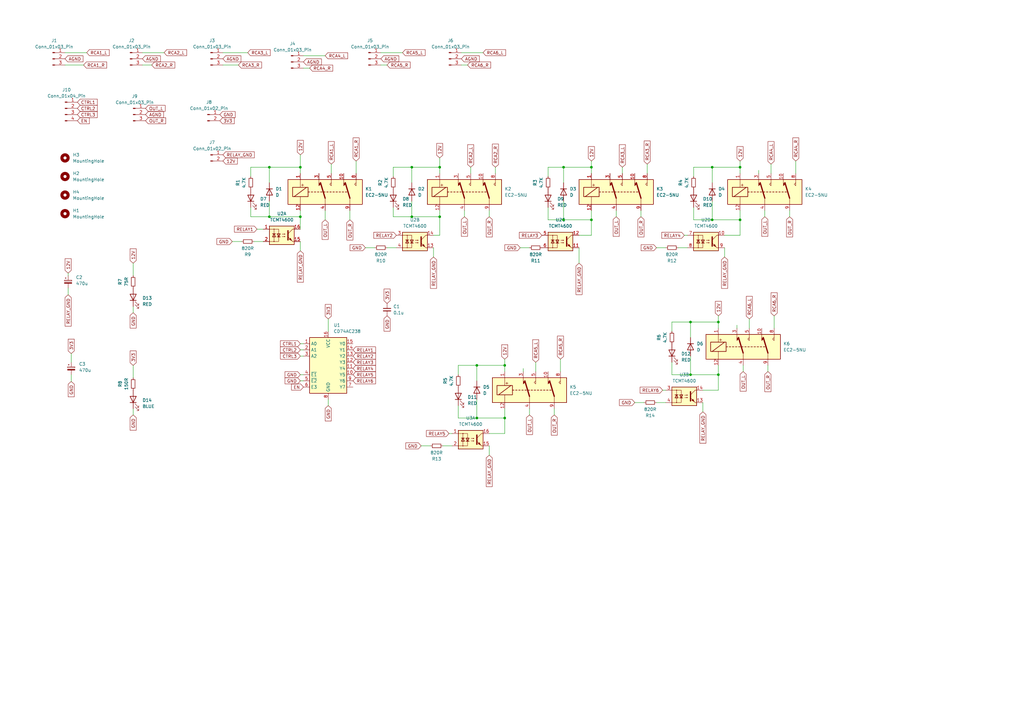
<source format=kicad_sch>
(kicad_sch (version 20231120) (generator "eeschema") (generator_version "8.0")
  (paper "A3")
  (lib_symbols
    (symbol "74xx:CD74AC238"
      (property "Reference" "U" (at -7.62 13.97 0))
      (property "Value" "CD74AC238" (at 2.54 -11.43 0))
      (symbol "CD74AC238_1_1"
        (pin input line (at -10.16 10.16 0) (length 2.54) (name "A0") (number "1"))
        (pin output line (at 10.16 -2.54 180) (length 2.54) (name "Y5") (number "10"))
        (pin output line (at 10.16 0 180) (length 2.54) (name "Y4") (number "11"))
        (pin output line (at 10.16 2.54 180) (length 2.54) (name "Y3") (number "12"))
        (pin output line (at 10.16 5.08 180) (length 2.54) (name "Y2") (number "13"))
        (pin output line (at 10.16 7.62 180) (length 2.54) (name "Y1") (number "14"))
        (pin output line (at 10.16 10.16 180) (length 2.54) (name "Y0") (number "15"))
        (pin power_in line (at 0 15.24 270) (length 2.54) (name "VCC") (number "16"))
        (pin input line (at -10.16 7.62 0) (length 2.54) (name "A1") (number "2"))
        (pin input line (at -10.16 5.08 0) (length 2.54) (name "A2") (number "3"))
        (pin input line (at -10.16 -2.54 0) (length 2.54) (name "~{E1}") (number "4"))
        (pin input line (at -10.16 -5.08 0) (length 2.54) (name "~{E2}") (number "5"))
        (pin input line (at -10.16 -7.62 0) (length 2.54) (name "E3") (number "6"))
        (pin output line (at 10.16 -7.62 180) (length 2.54) (name "Y7") (number "7"))
        (pin power_in line (at 0 -12.7 90) (length 2.54) (name "GND") (number "8"))
        (pin output line (at 10.16 -5.08 180) (length 2.54) (name "Y6") (number "9"))
      )
    )
    (symbol "Connector:Conn_01x02_Pin" (pin_names (offset 1.016) hide)
      (property "Reference" "J" (at 0 2.54 0))
      (property "Value" "Conn_01x02_Pin" (at 0 -5.08 0))
      (symbol "Conn_01x02_Pin_1_1"
        (pin passive line (at 5.08 0 180) (length 3.81) (name "Pin_1") (number "1"))
        (pin passive line (at 5.08 -2.54 180) (length 3.81) (name "Pin_2") (number "2"))
      )
    )
    (symbol "Connector:Conn_01x03_Pin" (pin_names (offset 1.016) hide)
      (property "Reference" "J" (at 0 5.08 0))
      (property "Value" "Conn_01x03_Pin" (at 0 -5.08 0))
      (symbol "Conn_01x03_Pin_1_1"
        (pin passive line (at 5.08 2.54 180) (length 3.81) (name "Pin_1") (number "1"))
        (pin passive line (at 5.08 0 180) (length 3.81) (name "Pin_2") (number "2"))
        (pin passive line (at 5.08 -2.54 180) (length 3.81) (name "Pin_3") (number "3"))
      )
    )
    (symbol "Connector:Conn_01x04_Pin" (pin_names (offset 1.016) hide)
      (property "Reference" "J" (at 0 5.08 0))
      (property "Value" "Conn_01x04_Pin" (at 0 -7.62 0))
      (symbol "Conn_01x04_Pin_1_1"
        (pin passive line (at 5.08 2.54 180) (length 3.81) (name "Pin_1") (number "1"))
        (pin passive line (at 5.08 0 180) (length 3.81) (name "Pin_2") (number "2"))
        (pin passive line (at 5.08 -2.54 180) (length 3.81) (name "Pin_3") (number "3"))
        (pin passive line (at 5.08 -5.08 180) (length 3.81) (name "Pin_4") (number "4"))
      )
    )
    (symbol "Device:C_Polarized_Small" (pin_numbers hide) (pin_names (offset 0.254) hide)
      (property "Reference" "C" (at 0.254 1.778 0))
      (property "Value" "C_Polarized_Small" (at 0.254 -2.032 0))
      (symbol "C_Polarized_Small_1_1"
        (pin passive line (at 0 2.54 270) (length 1.8542) (name "~") (number "1"))
        (pin passive line (at 0 -2.54 90) (length 1.8542) (name "~") (number "2"))
      )
    )
    (symbol "Device:C_Small" (pin_numbers hide) (pin_names (offset 0.254) hide)
      (property "Reference" "C" (at 0.254 1.778 0))
      (property "Value" "C_Small" (at 0.254 -2.032 0))
      (symbol "C_Small_1_1"
        (pin passive line (at 0 2.54 270) (length 2.032) (name "~") (number "1"))
        (pin passive line (at 0 -2.54 90) (length 2.032) (name "~") (number "2"))
      )
    )
    (symbol "Device:D" (pin_numbers hide) (pin_names (offset 1.016) hide)
      (property "Reference" "D" (at 0 2.54 0))
      (property "Value" "D" (at 0 -2.54 0))
      (symbol "D_1_1"
        (pin passive line (at -3.81 0 0) (length 2.54) (name "K") (number "1"))
        (pin passive line (at 3.81 0 180) (length 2.54) (name "A") (number "2"))
      )
    )
    (symbol "Device:LED" (pin_numbers hide) (pin_names (offset 1.016) hide)
      (property "Reference" "D" (at 0 2.54 0))
      (property "Value" "LED" (at 0 -2.54 0))
      (symbol "LED_1_1"
        (pin passive line (at -3.81 0 0) (length 2.54) (name "K") (number "1"))
        (pin passive line (at 3.81 0 180) (length 2.54) (name "A") (number "2"))
      )
    )
    (symbol "Device:R_Small" (pin_numbers hide) (pin_names (offset 0.254) hide)
      (property "Reference" "R" (at 0.762 0.508 0))
      (property "Value" "R_Small" (at 0.762 -1.016 0))
      (symbol "R_Small_1_1"
        (pin passive line (at 0 2.54 270) (length 0.762) (name "~") (number "1"))
        (pin passive line (at 0 -2.54 90) (length 0.762) (name "~") (number "2"))
      )
    )
    (symbol "Isolator:TCMT4600" (pin_names (offset 1.016))
      (property "Reference" "U" (at -5.08 5.08 0))
      (property "Value" "TCMT4600" (at 0 5.08 0))
      (symbol "TCMT4600_1_1"
        (pin passive line (at -7.62 2.54 0) (length 2.54) (name "~") (number "1"))
        (pin passive line (at 7.62 -2.54 180) (length 2.54) (name "~") (number "15"))
        (pin passive line (at 7.62 2.54 180) (length 2.54) (name "~") (number "16"))
        (pin passive line (at -7.62 -2.54 0) (length 2.54) (name "~") (number "2"))
      )
      (symbol "TCMT4600_2_1"
        (pin passive line (at 7.62 -2.54 180) (length 2.54) (name "~") (number "13"))
        (pin passive line (at 7.62 2.54 180) (length 2.54) (name "~") (number "14"))
        (pin passive line (at -7.62 2.54 0) (length 2.54) (name "~") (number "3"))
        (pin passive line (at -7.62 -2.54 0) (length 2.54) (name "~") (number "4"))
      )
      (symbol "TCMT4600_3_1"
        (pin passive line (at 7.62 -2.54 180) (length 2.54) (name "~") (number "11"))
        (pin passive line (at 7.62 2.54 180) (length 2.54) (name "~") (number "12"))
        (pin passive line (at -7.62 2.54 0) (length 2.54) (name "~") (number "5"))
        (pin passive line (at -7.62 -2.54 0) (length 2.54) (name "~") (number "6"))
      )
      (symbol "TCMT4600_4_1"
        (pin passive line (at 7.62 2.54 180) (length 2.54) (name "~") (number "10"))
        (pin passive line (at -7.62 2.54 0) (length 2.54) (name "~") (number "7"))
        (pin passive line (at -7.62 -2.54 0) (length 2.54) (name "~") (number "8"))
        (pin passive line (at 7.62 -2.54 180) (length 2.54) (name "~") (number "9"))
      )
    )
    (symbol "Mechanical:MountingHole" (pin_names (offset 1.016))
      (property "Reference" "H" (at 0 5.08 0))
      (property "Value" "MountingHole" (at 0 3.175 0))
    )
    (symbol "Relay:EC2-5NU"
      (property "Reference" "K" (at 15.24 8.89 0))
      (property "Value" "EC2-5NU" (at 19.05 6.35 0))
      (symbol "EC2-5NU_1_1"
        (text "+" (at -9.271 2.921 0) (effects (font (size 1.27 1.27))))
        (pin passive line (at -10.16 7.62 270) (length 2.54) (name "~") (number "1"))
        (pin passive line (at 7.62 7.62 270) (length 2.54) (name "~") (number "10"))
        (pin passive line (at -10.16 -7.62 90) (length 2.54) (name "~") (number "12"))
        (pin passive line (at -2.54 7.62 270) (length 2.54) (name "~") (number "3"))
        (pin passive line (at 0 -7.62 90) (length 2.54) (name "~") (number "4"))
        (pin passive line (at 2.54 7.62 270) (length 2.54) (name "~") (number "5"))
        (pin passive line (at 12.7 7.62 270) (length 2.54) (name "~") (number "8"))
        (pin passive line (at 10.16 -7.62 90) (length 2.54) (name "~") (number "9"))
      )
    )
  )
  (junction (at 123.19 68.58))
  (junction (at 195.58 171.45))
  (junction (at 283.21 132.08))
  (junction (at 180.34 68.58))
  (junction (at 303.53 90.17))
  (junction (at 168.91 88.9))
  (junction (at 231.14 68.58))
  (junction (at 168.91 68.58))
  (junction (at 242.57 90.17))
  (junction (at 303.53 68.58))
  (junction (at 292.1 90.17))
  (junction (at 292.1 68.58))
  (junction (at 180.34 88.9))
  (junction (at 294.64 153.67))
  (junction (at 283.21 153.67))
  (junction (at 242.57 68.58))
  (junction (at 195.58 149.86))
  (junction (at 123.19 88.9))
  (junction (at 294.64 132.08))
  (junction (at 207.01 171.45))
  (junction (at 110.49 88.9))
  (junction (at 231.14 90.17))
  (junction (at 207.01 149.86))
  (junction (at 110.49 68.58))
  (wire (pts (xy 124.46 27.94) (xy 127 27.94)))
  (wire (pts (xy 207.01 167.64) (xy 207.01 171.45)))
  (wire (pts (xy 102.87 85.09) (xy 102.87 88.9)))
  (wire (pts (xy 168.91 82.55) (xy 168.91 88.9)))
  (wire (pts (xy 123.19 146.05) (xy 124.46 146.05)))
  (wire (pts (xy 237.49 107.95) (xy 237.49 101.6)))
  (wire (pts (xy 314.96 152.4) (xy 314.96 149.86)))
  (wire (pts (xy 200.66 186.69) (xy 200.66 182.88)))
  (wire (pts (xy 217.17 170.18) (xy 217.17 167.64)))
  (wire (pts (xy 180.34 88.9) (xy 180.34 96.52)))
  (wire (pts (xy 156.21 26.67) (xy 158.75 26.67)))
  (wire (pts (xy 123.19 86.36) (xy 123.19 88.9)))
  (wire (pts (xy 110.49 82.55) (xy 110.49 88.9)))
  (wire (pts (xy 311.15 69.85) (xy 311.15 71.12)))
  (wire (pts (xy 294.64 129.54) (xy 294.64 132.08)))
  (wire (pts (xy 316.23 67.31) (xy 316.23 71.12)))
  (wire (pts (xy 195.58 171.45) (xy 207.01 171.45)))
  (wire (pts (xy 207.01 147.32) (xy 207.01 149.86)))
  (wire (pts (xy 195.58 171.45) (xy 187.96 171.45)))
  (wire (pts (xy 278.13 101.6) (xy 281.94 101.6)))
  (wire (pts (xy 303.53 68.58) (xy 303.53 71.12)))
  (wire (pts (xy 172.72 182.88) (xy 176.53 182.88)))
  (wire (pts (xy 269.24 165.1) (xy 273.05 165.1)))
  (wire (pts (xy 294.64 153.67) (xy 294.64 160.02)))
  (wire (pts (xy 229.87 147.32) (xy 229.87 152.4)))
  (wire (pts (xy 27.94 112.014) (xy 27.94 113.03)))
  (wire (pts (xy 181.61 182.88) (xy 185.42 182.88)))
  (wire (pts (xy 292.1 90.17) (xy 284.48 90.17)))
  (wire (pts (xy 214.63 151.13) (xy 214.63 152.4)))
  (wire (pts (xy 227.33 170.18) (xy 227.33 167.64)))
  (wire (pts (xy 161.29 85.09) (xy 161.29 88.9)))
  (wire (pts (xy 283.21 132.08) (xy 283.21 138.43)))
  (wire (pts (xy 149.86 101.6) (xy 153.67 101.6)))
  (wire (pts (xy 271.78 160.02) (xy 273.05 160.02)))
  (wire (pts (xy 224.79 90.17) (xy 231.14 90.17)))
  (wire (pts (xy 29.21 156.464) (xy 29.21 153.67)))
  (wire (pts (xy 54.61 170.18) (xy 54.61 167.64)))
  (wire (pts (xy 260.35 165.1) (xy 264.16 165.1)))
  (wire (pts (xy 91.44 26.67) (xy 97.79 26.67)))
  (wire (pts (xy 143.51 90.17) (xy 143.51 86.36)))
  (wire (pts (xy 195.58 149.86) (xy 187.96 149.86)))
  (wire (pts (xy 224.79 68.58) (xy 224.79 72.39)))
  (wire (pts (xy 110.49 88.9) (xy 123.19 88.9)))
  (wire (pts (xy 134.62 130.81) (xy 134.62 135.89)))
  (wire (pts (xy 123.19 102.87) (xy 123.19 99.06)))
  (wire (pts (xy 180.34 96.52) (xy 177.8 96.52)))
  (wire (pts (xy 146.05 66.04) (xy 146.05 71.12)))
  (wire (pts (xy 189.23 26.67) (xy 191.77 26.67)))
  (wire (pts (xy 58.42 21.59) (xy 67.31 21.59)))
  (wire (pts (xy 95.25 99.06) (xy 99.06 99.06)))
  (wire (pts (xy 292.1 68.58) (xy 284.48 68.58)))
  (wire (pts (xy 102.87 68.58) (xy 102.87 72.39)))
  (wire (pts (xy 123.19 63.5) (xy 123.19 68.58)))
  (wire (pts (xy 207.01 149.86) (xy 195.58 149.86)))
  (wire (pts (xy 242.57 68.58) (xy 231.14 68.58)))
  (wire (pts (xy 304.8 152.4) (xy 304.8 149.86)))
  (wire (pts (xy 303.53 96.52) (xy 297.18 96.52)))
  (wire (pts (xy 91.44 21.59) (xy 101.6 21.59)))
  (wire (pts (xy 193.04 68.58) (xy 193.04 71.12)))
  (wire (pts (xy 242.57 68.58) (xy 242.57 71.12)))
  (wire (pts (xy 123.19 88.9) (xy 123.19 93.98)))
  (wire (pts (xy 29.21 145.034) (xy 29.21 148.59)))
  (wire (pts (xy 123.19 153.67) (xy 124.46 153.67)))
  (wire (pts (xy 168.91 68.58) (xy 168.91 74.93)))
  (wire (pts (xy 135.89 67.31) (xy 135.89 71.12)))
  (wire (pts (xy 180.34 64.77) (xy 180.34 68.58)))
  (wire (pts (xy 161.29 68.58) (xy 161.29 72.39)))
  (wire (pts (xy 269.24 101.6) (xy 273.05 101.6)))
  (wire (pts (xy 283.21 153.67) (xy 294.64 153.67)))
  (wire (pts (xy 262.89 88.9) (xy 262.89 86.36)))
  (wire (pts (xy 242.57 96.52) (xy 237.49 96.52)))
  (wire (pts (xy 54.61 149.86) (xy 54.61 154.94)))
  (wire (pts (xy 292.1 82.55) (xy 292.1 90.17)))
  (wire (pts (xy 313.69 88.9) (xy 313.69 86.36)))
  (wire (pts (xy 323.85 88.9) (xy 323.85 86.36)))
  (wire (pts (xy 231.14 82.55) (xy 231.14 90.17)))
  (wire (pts (xy 200.66 88.9) (xy 200.66 86.36)))
  (wire (pts (xy 180.34 68.58) (xy 168.91 68.58)))
  (wire (pts (xy 303.53 68.58) (xy 292.1 68.58)))
  (wire (pts (xy 224.79 85.09) (xy 224.79 90.17)))
  (wire (pts (xy 110.49 68.58) (xy 123.19 68.58)))
  (wire (pts (xy 292.1 68.58) (xy 292.1 74.93)))
  (wire (pts (xy 195.58 149.86) (xy 195.58 156.21)))
  (wire (pts (xy 26.67 21.59) (xy 35.56 21.59)))
  (wire (pts (xy 207.01 171.45) (xy 207.01 177.8)))
  (wire (pts (xy 294.64 132.08) (xy 283.21 132.08)))
  (wire (pts (xy 283.21 146.05) (xy 283.21 153.67)))
  (wire (pts (xy 184.15 177.8) (xy 185.42 177.8)))
  (wire (pts (xy 326.39 66.04) (xy 326.39 71.12)))
  (wire (pts (xy 231.14 68.58) (xy 231.14 74.93)))
  (wire (pts (xy 168.91 88.9) (xy 180.34 88.9)))
  (wire (pts (xy 203.2 68.58) (xy 203.2 71.12)))
  (wire (pts (xy 158.75 101.6) (xy 162.56 101.6)))
  (wire (pts (xy 207.01 149.86) (xy 207.01 152.4)))
  (wire (pts (xy 124.46 22.86) (xy 133.35 22.86)))
  (wire (pts (xy 284.48 85.09) (xy 284.48 90.17)))
  (wire (pts (xy 307.34 130.81) (xy 307.34 134.62)))
  (wire (pts (xy 213.36 101.6) (xy 217.17 101.6)))
  (wire (pts (xy 189.23 21.59) (xy 198.12 21.59)))
  (wire (pts (xy 123.19 140.97) (xy 124.46 140.97)))
  (wire (pts (xy 110.49 68.58) (xy 102.87 68.58)))
  (wire (pts (xy 242.57 90.17) (xy 242.57 96.52)))
  (wire (pts (xy 180.34 86.36) (xy 180.34 88.9)))
  (wire (pts (xy 207.01 177.8) (xy 200.66 177.8)))
  (wire (pts (xy 123.19 143.51) (xy 124.46 143.51)))
  (wire (pts (xy 297.18 105.41) (xy 297.18 101.6)))
  (wire (pts (xy 177.8 105.41) (xy 177.8 101.6)))
  (wire (pts (xy 156.21 21.59) (xy 165.1 21.59)))
  (wire (pts (xy 255.27 68.58) (xy 255.27 71.12)))
  (wire (pts (xy 252.73 88.9) (xy 252.73 86.36)))
  (wire (pts (xy 187.96 166.37) (xy 187.96 171.45)))
  (wire (pts (xy 133.35 90.17) (xy 133.35 86.36)))
  (wire (pts (xy 275.59 148.59) (xy 275.59 153.67)))
  (wire (pts (xy 288.29 168.91) (xy 288.29 165.1)))
  (wire (pts (xy 54.61 128.27) (xy 54.61 125.73)))
  (wire (pts (xy 102.87 88.9) (xy 110.49 88.9)))
  (wire (pts (xy 231.14 68.58) (xy 224.79 68.58)))
  (wire (pts (xy 242.57 86.36) (xy 242.57 90.17)))
  (wire (pts (xy 292.1 90.17) (xy 303.53 90.17)))
  (wire (pts (xy 219.71 148.59) (xy 219.71 152.4)))
  (wire (pts (xy 302.26 133.35) (xy 302.26 134.62)))
  (wire (pts (xy 26.67 26.67) (xy 34.29 26.67)))
  (wire (pts (xy 190.5 88.9) (xy 190.5 86.36)))
  (wire (pts (xy 283.21 132.08) (xy 275.59 132.08)))
  (wire (pts (xy 58.42 26.67) (xy 62.23 26.67)))
  (wire (pts (xy 265.43 67.31) (xy 265.43 71.12)))
  (wire (pts (xy 195.58 163.83) (xy 195.58 171.45)))
  (wire (pts (xy 317.5 129.54) (xy 317.5 134.62)))
  (wire (pts (xy 280.67 96.52) (xy 281.94 96.52)))
  (wire (pts (xy 54.61 107.95) (xy 54.61 113.03)))
  (wire (pts (xy 27.94 120.904) (xy 27.94 118.11)))
  (wire (pts (xy 294.64 132.08) (xy 294.64 134.62)))
  (wire (pts (xy 168.91 68.58) (xy 161.29 68.58)))
  (wire (pts (xy 242.57 66.04) (xy 242.57 68.58)))
  (wire (pts (xy 180.34 68.58) (xy 180.34 71.12)))
  (wire (pts (xy 187.96 149.86) (xy 187.96 153.67)))
  (wire (pts (xy 104.14 99.06) (xy 107.95 99.06)))
  (wire (pts (xy 105.41 93.98) (xy 107.95 93.98)))
  (wire (pts (xy 123.19 156.21) (xy 124.46 156.21)))
  (wire (pts (xy 284.48 68.58) (xy 284.48 72.39)))
  (wire (pts (xy 303.53 66.04) (xy 303.53 68.58)))
  (wire (pts (xy 303.53 90.17) (xy 303.53 96.52)))
  (wire (pts (xy 303.53 86.36) (xy 303.53 90.17)))
  (wire (pts (xy 275.59 132.08) (xy 275.59 135.89)))
  (wire (pts (xy 123.19 68.58) (xy 123.19 71.12)))
  (wire (pts (xy 134.62 166.37) (xy 134.62 163.83)))
  (wire (pts (xy 294.64 149.86) (xy 294.64 153.67)))
  (wire (pts (xy 110.49 74.93) (xy 110.49 68.58)))
  (wire (pts (xy 283.21 153.67) (xy 275.59 153.67)))
  (wire (pts (xy 294.64 160.02) (xy 288.29 160.02)))
  (wire (pts (xy 231.14 90.17) (xy 242.57 90.17)))
  (wire (pts (xy 161.29 88.9) (xy 168.91 88.9)))
  (global_label "RELAY1" (shape input) (at 144.78 143.51 0) (property "Intersheetrefs" "${INTERSHEET_REFS}" (effects (hide yes))))
  (global_label "OUT_R" (shape input) (at 262.89 88.9 270) (property "Intersheetrefs" "${INTERSHEET_REFS}" (effects (hide yes))))
  (global_label "RELAY5" (shape input) (at 184.15 177.8 180) (property "Intersheetrefs" "${INTERSHEET_REFS}" (effects (hide yes))))
  (global_label "RCA1_L" (shape input) (at 135.89 67.31 90) (property "Intersheetrefs" "${INTERSHEET_REFS}" (effects (hide yes))))
  (global_label "GND" (shape input) (at 149.86 101.6 180) (property "Intersheetrefs" "${INTERSHEET_REFS}" (effects (hide yes))))
  (global_label "RELAY_GND" (shape input) (at 200.66 186.69 270) (property "Intersheetrefs" "${INTERSHEET_REFS}" (effects (hide yes))))
  (global_label "GND" (shape input) (at 54.61 128.27 270) (property "Intersheetrefs" "${INTERSHEET_REFS}" (effects (hide yes))))
  (global_label "3V3" (shape input) (at 134.62 130.81 90) (property "Intersheetrefs" "${INTERSHEET_REFS}" (effects (hide yes))))
  (global_label "CTRL2" (shape input) (at 123.19 143.51 180) (property "Intersheetrefs" "${INTERSHEET_REFS}" (effects (hide yes))))
  (global_label "GND" (shape input) (at 123.19 153.67 180) (property "Intersheetrefs" "${INTERSHEET_REFS}" (effects (hide yes))))
  (global_label "RCA2_L" (shape input) (at 67.31 21.59 0) (property "Intersheetrefs" "${INTERSHEET_REFS}" (effects (hide yes))))
  (global_label "RELAY2" (shape input) (at 144.78 146.05 0) (property "Intersheetrefs" "${INTERSHEET_REFS}" (effects (hide yes))))
  (global_label "GND" (shape input) (at 269.24 101.6 180) (property "Intersheetrefs" "${INTERSHEET_REFS}" (effects (hide yes))))
  (global_label "12V" (shape input) (at 303.53 66.04 90) (property "Intersheetrefs" "${INTERSHEET_REFS}" (effects (hide yes))))
  (global_label "RELAY3" (shape input) (at 144.78 148.59 0) (property "Intersheetrefs" "${INTERSHEET_REFS}" (effects (hide yes))))
  (global_label "12V" (shape input) (at 91.44 66.04 0) (property "Intersheetrefs" "${INTERSHEET_REFS}" (effects (hide yes))))
  (global_label "GND" (shape input) (at 213.36 101.6 180) (property "Intersheetrefs" "${INTERSHEET_REFS}" (effects (hide yes))))
  (global_label "CTRL3" (shape input) (at 31.75 46.99 0) (property "Intersheetrefs" "${INTERSHEET_REFS}" (effects (hide yes))))
  (global_label "RCA3_R" (shape input) (at 97.79 26.67 0) (property "Intersheetrefs" "${INTERSHEET_REFS}" (effects (hide yes))))
  (global_label "RELAY4" (shape input) (at 144.78 151.13 0) (property "Intersheetrefs" "${INTERSHEET_REFS}" (effects (hide yes))))
  (global_label "RCA3_L" (shape input) (at 101.6 21.59 0) (property "Intersheetrefs" "${INTERSHEET_REFS}" (effects (hide yes))))
  (global_label "OUT_R" (shape input) (at 59.69 49.53 0) (property "Intersheetrefs" "${INTERSHEET_REFS}" (effects (hide yes))))
  (global_label "RELAY6" (shape input) (at 271.78 160.02 180) (property "Intersheetrefs" "${INTERSHEET_REFS}" (effects (hide yes))))
  (global_label "12V" (shape input) (at 27.94 112.014 90) (property "Intersheetrefs" "${INTERSHEET_REFS}" (effects (hide yes))))
  (global_label "GND" (shape input) (at 29.21 156.464 270) (property "Intersheetrefs" "${INTERSHEET_REFS}" (effects (hide yes))))
  (global_label "RELAY_GND" (shape input) (at 91.44 63.5 0) (property "Intersheetrefs" "${INTERSHEET_REFS}" (effects (hide yes))))
  (global_label "RELAY1" (shape input) (at 105.41 93.98 180) (property "Intersheetrefs" "${INTERSHEET_REFS}" (effects (hide yes))))
  (global_label "12V" (shape input) (at 180.34 64.77 90) (property "Intersheetrefs" "${INTERSHEET_REFS}" (effects (hide yes))))
  (global_label "GND" (shape input) (at 134.62 166.37 270) (property "Intersheetrefs" "${INTERSHEET_REFS}" (effects (hide yes))))
  (global_label "OUT_R" (shape input) (at 323.85 88.9 270) (property "Intersheetrefs" "${INTERSHEET_REFS}" (effects (hide yes))))
  (global_label "RELAY_GND" (shape input) (at 27.94 120.904 270) (property "Intersheetrefs" "${INTERSHEET_REFS}" (effects (hide yes))))
  (global_label "12V" (shape input) (at 123.19 63.5 90) (property "Intersheetrefs" "${INTERSHEET_REFS}" (effects (hide yes))))
  (global_label "EN" (shape input) (at 124.46 158.75 180) (property "Intersheetrefs" "${INTERSHEET_REFS}" (effects (hide yes))))
  (global_label "GND" (shape input) (at 95.25 99.06 180) (property "Intersheetrefs" "${INTERSHEET_REFS}" (effects (hide yes))))
  (global_label "12V" (shape input) (at 207.01 147.32 90) (property "Intersheetrefs" "${INTERSHEET_REFS}" (effects (hide yes))))
  (global_label "OUT_R" (shape input) (at 200.66 88.9 270) (property "Intersheetrefs" "${INTERSHEET_REFS}" (effects (hide yes))))
  (global_label "RELAY2" (shape input) (at 162.56 96.52 180) (property "Intersheetrefs" "${INTERSHEET_REFS}" (effects (hide yes))))
  (global_label "RCA2_R" (shape input) (at 203.2 68.58 90) (property "Intersheetrefs" "${INTERSHEET_REFS}" (effects (hide yes))))
  (global_label "RCA2_L" (shape input) (at 193.04 68.58 90) (property "Intersheetrefs" "${INTERSHEET_REFS}" (effects (hide yes))))
  (global_label "RCA4_R" (shape input) (at 127 27.94 0) (property "Intersheetrefs" "${INTERSHEET_REFS}" (effects (hide yes))))
  (global_label "RELAY_GND" (shape input) (at 288.29 168.91 270) (property "Intersheetrefs" "${INTERSHEET_REFS}" (effects (hide yes))))
  (global_label "RCA5_L" (shape input) (at 165.1 21.59 0) (property "Intersheetrefs" "${INTERSHEET_REFS}" (effects (hide yes))))
  (global_label "AGND" (shape input) (at 26.67 24.13 0) (property "Intersheetrefs" "${INTERSHEET_REFS}" (effects (hide yes))))
  (global_label "CTRL2" (shape input) (at 31.75 44.45 0) (property "Intersheetrefs" "${INTERSHEET_REFS}" (effects (hide yes))))
  (global_label "RCA6_R" (shape input) (at 191.77 26.67 0) (property "Intersheetrefs" "${INTERSHEET_REFS}" (effects (hide yes))))
  (global_label "OUT_R" (shape input) (at 314.96 152.4 270) (property "Intersheetrefs" "${INTERSHEET_REFS}" (effects (hide yes))))
  (global_label "RCA4_L" (shape input) (at 133.35 22.86 0) (property "Intersheetrefs" "${INTERSHEET_REFS}" (effects (hide yes))))
  (global_label "RCA1_R" (shape input) (at 34.29 26.67 0) (property "Intersheetrefs" "${INTERSHEET_REFS}" (effects (hide yes))))
  (global_label "RELAY4" (shape input) (at 280.67 96.52 180) (property "Intersheetrefs" "${INTERSHEET_REFS}" (effects (hide yes))))
  (global_label "3V3" (shape input) (at 29.21 145.034 90) (property "Intersheetrefs" "${INTERSHEET_REFS}" (effects (hide yes))))
  (global_label "GND" (shape input) (at 123.19 156.21 180) (property "Intersheetrefs" "${INTERSHEET_REFS}" (effects (hide yes))))
  (global_label "AGND" (shape input) (at 124.46 25.4 0) (property "Intersheetrefs" "${INTERSHEET_REFS}" (effects (hide yes))))
  (global_label "GND" (shape input) (at 54.61 170.18 270) (property "Intersheetrefs" "${INTERSHEET_REFS}" (effects (hide yes))))
  (global_label "RELAY_GND" (shape input) (at 237.49 107.95 270) (property "Intersheetrefs" "${INTERSHEET_REFS}" (effects (hide yes))))
  (global_label "RCA1_L" (shape input) (at 35.56 21.59 0) (property "Intersheetrefs" "${INTERSHEET_REFS}" (effects (hide yes))))
  (global_label "AGND" (shape input) (at 58.42 24.13 0) (property "Intersheetrefs" "${INTERSHEET_REFS}" (effects (hide yes))))
  (global_label "RCA5_L" (shape input) (at 219.71 148.59 90) (property "Intersheetrefs" "${INTERSHEET_REFS}" (effects (hide yes))))
  (global_label "GND" (shape input) (at 158.75 129.54 270) (property "Intersheetrefs" "${INTERSHEET_REFS}" (effects (hide yes))))
  (global_label "OUT_L" (shape input) (at 190.5 88.9 270) (property "Intersheetrefs" "${INTERSHEET_REFS}" (effects (hide yes))))
  (global_label "OUT_L" (shape input) (at 304.8 152.4 270) (property "Intersheetrefs" "${INTERSHEET_REFS}" (effects (hide yes))))
  (global_label "RCA6_L" (shape input) (at 198.12 21.59 0) (property "Intersheetrefs" "${INTERSHEET_REFS}" (effects (hide yes))))
  (global_label "RCA6_L" (shape input) (at 307.34 130.81 90) (property "Intersheetrefs" "${INTERSHEET_REFS}" (effects (hide yes))))
  (global_label "OUT_L" (shape input) (at 59.69 44.45 0) (property "Intersheetrefs" "${INTERSHEET_REFS}" (effects (hide yes))))
  (global_label "RCA3_L" (shape input) (at 255.27 68.58 90) (property "Intersheetrefs" "${INTERSHEET_REFS}" (effects (hide yes))))
  (global_label "12V" (shape input) (at 54.61 107.95 90) (property "Intersheetrefs" "${INTERSHEET_REFS}" (effects (hide yes))))
  (global_label "OUT_R" (shape input) (at 143.51 90.17 270) (property "Intersheetrefs" "${INTERSHEET_REFS}" (effects (hide yes))))
  (global_label "OUT_L" (shape input) (at 313.69 88.9 270) (property "Intersheetrefs" "${INTERSHEET_REFS}" (effects (hide yes))))
  (global_label "3V3" (shape input) (at 158.75 124.46 90) (property "Intersheetrefs" "${INTERSHEET_REFS}" (effects (hide yes))))
  (global_label "RCA4_R" (shape input) (at 326.39 66.04 90) (property "Intersheetrefs" "${INTERSHEET_REFS}" (effects (hide yes))))
  (global_label "RCA6_R" (shape input) (at 317.5 129.54 90) (property "Intersheetrefs" "${INTERSHEET_REFS}" (effects (hide yes))))
  (global_label "RELAY6" (shape input) (at 144.78 156.21 0) (property "Intersheetrefs" "${INTERSHEET_REFS}" (effects (hide yes))))
  (global_label "RCA2_R" (shape input) (at 62.23 26.67 0) (property "Intersheetrefs" "${INTERSHEET_REFS}" (effects (hide yes))))
  (global_label "RCA5_R" (shape input) (at 158.75 26.67 0) (property "Intersheetrefs" "${INTERSHEET_REFS}" (effects (hide yes))))
  (global_label "EN" (shape input) (at 31.75 49.53 0) (property "Intersheetrefs" "${INTERSHEET_REFS}" (effects (hide yes))))
  (global_label "AGND" (shape input) (at 156.21 24.13 0) (property "Intersheetrefs" "${INTERSHEET_REFS}" (effects (hide yes))))
  (global_label "3V3" (shape input) (at 54.61 149.86 90) (property "Intersheetrefs" "${INTERSHEET_REFS}" (effects (hide yes))))
  (global_label "RCA4_L" (shape input) (at 316.23 67.31 90) (property "Intersheetrefs" "${INTERSHEET_REFS}" (effects (hide yes))))
  (global_label "AGND" (shape input) (at 59.69 46.99 0) (property "Intersheetrefs" "${INTERSHEET_REFS}" (effects (hide yes))))
  (global_label "RCA5_R" (shape input) (at 229.87 147.32 90) (property "Intersheetrefs" "${INTERSHEET_REFS}" (effects (hide yes))))
  (global_label "RCA3_R" (shape input) (at 265.43 67.31 90) (property "Intersheetrefs" "${INTERSHEET_REFS}" (effects (hide yes))))
  (global_label "CTRL3" (shape input) (at 123.19 146.05 180) (property "Intersheetrefs" "${INTERSHEET_REFS}" (effects (hide yes))))
  (global_label "RELAY_GND" (shape input) (at 177.8 105.41 270) (property "Intersheetrefs" "${INTERSHEET_REFS}" (effects (hide yes))))
  (global_label "RELAY_GND" (shape input) (at 297.18 105.41 270) (property "Intersheetrefs" "${INTERSHEET_REFS}" (effects (hide yes))))
  (global_label "3V3" (shape input) (at 90.17 49.53 0) (property "Intersheetrefs" "${INTERSHEET_REFS}" (effects (hide yes))))
  (global_label "OUT_L" (shape input) (at 217.17 170.18 270) (property "Intersheetrefs" "${INTERSHEET_REFS}" (effects (hide yes))))
  (global_label "AGND" (shape input) (at 91.44 24.13 0) (property "Intersheetrefs" "${INTERSHEET_REFS}" (effects (hide yes))))
  (global_label "OUT_L" (shape input) (at 133.35 90.17 270) (property "Intersheetrefs" "${INTERSHEET_REFS}" (effects (hide yes))))
  (global_label "CTRL1" (shape input) (at 31.75 41.91 0) (property "Intersheetrefs" "${INTERSHEET_REFS}" (effects (hide yes))))
  (global_label "GND" (shape input) (at 260.35 165.1 180) (property "Intersheetrefs" "${INTERSHEET_REFS}" (effects (hide yes))))
  (global_label "AGND" (shape input) (at 189.23 24.13 0) (property "Intersheetrefs" "${INTERSHEET_REFS}" (effects (hide yes))))
  (global_label "OUT_L" (shape input) (at 252.73 88.9 270) (property "Intersheetrefs" "${INTERSHEET_REFS}" (effects (hide yes))))
  (global_label "GND" (shape input) (at 172.72 182.88 180) (property "Intersheetrefs" "${INTERSHEET_REFS}" (effects (hide yes))))
  (global_label "12V" (shape input) (at 242.57 66.04 90) (property "Intersheetrefs" "${INTERSHEET_REFS}" (effects (hide yes))))
  (global_label "CTRL1" (shape input) (at 123.19 140.97 180) (property "Intersheetrefs" "${INTERSHEET_REFS}" (effects (hide yes))))
  (global_label "GND" (shape input) (at 90.17 46.99 0) (property "Intersheetrefs" "${INTERSHEET_REFS}" (effects (hide yes))))
  (global_label "RELAY3" (shape input) (at 222.25 96.52 180) (property "Intersheetrefs" "${INTERSHEET_REFS}" (effects (hide yes))))
  (global_label "12V" (shape input) (at 294.64 129.54 90) (property "Intersheetrefs" "${INTERSHEET_REFS}" (effects (hide yes))))
  (global_label "OUT_R" (shape input) (at 227.33 170.18 270) (property "Intersheetrefs" "${INTERSHEET_REFS}" (effects (hide yes))))
  (global_label "RELAY_GND" (shape input) (at 123.19 102.87 270) (property "Intersheetrefs" "${INTERSHEET_REFS}" (effects (hide yes))))
  (global_label "RCA1_R" (shape input) (at 146.05 66.04 90) (property "Intersheetrefs" "${INTERSHEET_REFS}" (effects (hide yes))))
  (global_label "RELAY5" (shape input) (at 144.78 153.67 0) (property "Intersheetrefs" "${INTERSHEET_REFS}" (effects (hide yes))))
  (symbol (lib_id "Relay:EC2-5NU") (at 313.69 78.74 0) (unit 1)
    (property "Reference" "K4" (at 330.2 77.4699 0) (effects (justify left)))
    (property "Value" "EC2-5NU" (at 330.2 80.0099 0) (effects (justify left)))
    (property "Footprint" "Custom:KEMET EA2" (effects (hide yes)))
    (property "Datasheet" "https://content.kemet.com/datasheets/KEM_R7002_EC2_EE2.pdf" (effects (hide yes)))
    (property "Description" "General purpose signal relay, Kemet EC2 Series, DPDT (2 Form C), non-latching, through hole, 60W/125VA, 220VDC/250VAC, 2A, 5V DC coil" (effects (hide yes)))
    (property "Mouser" "80-EA2-12NU " (effects (hide yes)))
  )
  (symbol (lib_id "Device:R_Small") (at 187.96 156.21 180) (unit 1)
    (property "Reference" "R5" (at 182.626 156.21 90))
    (property "Value" "4.7K" (at 185.166 156.21 90))
    (property "Footprint" "Resistor_SMD:R_0603_1608Metric_Pad0.98x0.95mm_HandSolder" (effects (hide yes)))
  )
  (symbol (lib_id "Connector:Conn_01x02_Pin") (at 86.36 63.5 0) (unit 1)
    (property "Reference" "J7" (at 86.995 58.42 0))
    (property "Value" "Conn_01x02_Pin" (at 86.995 60.96 0))
    (property "Footprint" "Connector_JST:JST_PH_B2B-PH-K_1x02_P2.00mm_Vertical" (effects (hide yes)))
    (property "Description" "Generic connector, single row, 01x02, script generated" (effects (hide yes)))
  )
  (symbol (lib_id "Device:R_Small") (at 101.6 99.06 270) (unit 1)
    (property "Reference" "R9" (at 101.6 104.394 90))
    (property "Value" "820R" (at 101.6 101.854 90))
    (property "Footprint" "Resistor_SMD:R_0603_1608Metric_Pad0.98x0.95mm_HandSolder" (effects (hide yes)))
    (property "Mouser" "603-AC0603JR-07820RL" (effects (hide yes)))
  )
  (symbol (lib_id "Relay:EC2-5NU") (at 252.73 78.74 0) (unit 1)
    (property "Reference" "K3" (at 269.24 77.4699 0) (effects (justify left)))
    (property "Value" "EC2-5NU" (at 269.24 80.0099 0) (effects (justify left)))
    (property "Footprint" "Custom:KEMET EA2" (effects (hide yes)))
    (property "Datasheet" "https://content.kemet.com/datasheets/KEM_R7002_EC2_EE2.pdf" (effects (hide yes)))
    (property "Description" "General purpose signal relay, Kemet EC2 Series, DPDT (2 Form C), non-latching, through hole, 60W/125VA, 220VDC/250VAC, 2A, 5V DC coil" (effects (hide yes)))
    (property "Mouser" "80-EA2-12NU " (effects (hide yes)))
  )
  (symbol (lib_id "Relay:EC2-5NU") (at 133.35 78.74 0) (unit 1)
    (property "Reference" "K1" (at 149.86 77.4699 0) (effects (justify left)))
    (property "Value" "EC2-5NU" (at 149.86 80.0099 0) (effects (justify left)))
    (property "Footprint" "Custom:KEMET EA2" (effects (hide yes)))
    (property "Datasheet" "https://content.kemet.com/datasheets/KEM_R7002_EC2_EE2.pdf" (effects (hide yes)))
    (property "Description" "General purpose signal relay, Kemet EC2 Series, DPDT (2 Form C), non-latching, through hole, 60W/125VA, 220VDC/250VAC, 2A, 5V DC coil" (effects (hide yes)))
    (property "Mouser" "80-EA2-12NU " (effects (hide yes)))
  )
  (symbol (lib_id "Device:LED") (at 224.79 81.28 90) (unit 1)
    (property "Reference" "D9" (at 228.6 81.5974 90) (effects (justify right)))
    (property "Value" "RED" (at 228.6 84.1374 90) (effects (justify right)))
    (property "Footprint" "LED_SMD:LED_0603_1608Metric" (effects (hide yes)))
    (property "Description" "Light emitting diode" (effects (hide yes)))
  )
  (symbol (lib_id "Device:LED") (at 102.87 81.28 90) (unit 1)
    (property "Reference" "D7" (at 106.68 81.5974 90) (effects (justify right)))
    (property "Value" "RED" (at 106.68 84.1374 90) (effects (justify right)))
    (property "Footprint" "LED_SMD:LED_0603_1608Metric" (effects (hide yes)))
    (property "Description" "Light emitting diode" (effects (hide yes)))
  )
  (symbol (lib_id "Device:R_Small") (at 102.87 74.93 180) (unit 1)
    (property "Reference" "R1" (at 97.536 74.93 90))
    (property "Value" "4.7K" (at 100.076 74.93 90))
    (property "Footprint" "Resistor_SMD:R_0603_1608Metric_Pad0.98x0.95mm_HandSolder" (effects (hide yes)))
  )
  (symbol (lib_id "Connector:Conn_01x03_Pin") (at 151.13 24.13 0) (unit 1)
    (property "Reference" "J5" (at 151.765 16.637 0))
    (property "Value" "Conn_01x03_Pin" (at 151.765 19.177 0))
    (property "Footprint" "Connector_JST:JST_PH_B3B-PH-K_1x03_P2.00mm_Vertical" (effects (hide yes)))
  )
  (symbol (lib_id "Connector:Conn_01x03_Pin") (at 21.59 24.13 0) (unit 1)
    (property "Reference" "J1" (at 22.225 16.637 0))
    (property "Value" "Conn_01x03_Pin" (at 22.225 19.177 0))
    (property "Footprint" "Connector_JST:JST_PH_B3B-PH-K_1x03_P2.00mm_Vertical" (effects (hide yes)))
  )
  (symbol (lib_id "Device:LED") (at 161.29 81.28 90) (unit 1)
    (property "Reference" "D8" (at 165.1 81.5974 90) (effects (justify right)))
    (property "Value" "RED" (at 165.1 84.1374 90) (effects (justify right)))
    (property "Footprint" "LED_SMD:LED_0603_1608Metric" (effects (hide yes)))
    (property "Description" "Light emitting diode" (effects (hide yes)))
  )
  (symbol (lib_id "Relay:EC2-5NU") (at 190.5 78.74 0) (unit 1)
    (property "Reference" "K2" (at 207.01 77.4699 0) (effects (justify left)))
    (property "Value" "EC2-5NU" (at 207.01 80.0099 0) (effects (justify left)))
    (property "Footprint" "Custom:KEMET EA2" (effects (hide yes)))
    (property "Datasheet" "https://content.kemet.com/datasheets/KEM_R7002_EC2_EE2.pdf" (effects (hide yes)))
    (property "Description" "General purpose signal relay, Kemet EC2 Series, DPDT (2 Form C), non-latching, through hole, 60W/125VA, 220VDC/250VAC, 2A, 5V DC coil" (effects (hide yes)))
    (property "Mouser" "80-EA2-12NU " (effects (hide yes)))
  )
  (symbol (lib_id "Device:LED") (at 187.96 162.56 90) (unit 1)
    (property "Reference" "D11" (at 191.77 162.8774 90) (effects (justify right)))
    (property "Value" "RED" (at 191.77 165.4174 90) (effects (justify right)))
    (property "Footprint" "LED_SMD:LED_0603_1608Metric" (effects (hide yes)))
    (property "Description" "Light emitting diode" (effects (hide yes)))
  )
  (symbol (lib_id "Device:D") (at 110.49 78.74 270) (unit 1)
    (property "Reference" "D1" (at 113.03 77.4699 90) (effects (justify left)))
    (property "Value" "D" (at 113.03 80.0099 90) (effects (justify left)))
    (property "Footprint" "Diode_SMD:D_SMA" (effects (hide yes)))
    (property "Description" "Diode" (effects (hide yes)))
    (property "Sim.Device" "D" (effects (hide yes)))
    (property "Sim.Pins" "1=K 2=A" (effects (hide yes)))
    (property "Mouser" "863-NRVA4005T3G" (effects (hide yes)))
  )
  (symbol (lib_id "Isolator:TCMT4600") (at 280.67 162.56 0) (unit 2)
    (property "Reference" "U3" (at 280.67 153.67 0))
    (property "Value" "TCMT4600" (at 280.67 156.21 0))
    (property "Footprint" "Package_SO:SOP-16_4.55x10.3mm_P1.27mm" (effects (hide yes)))
    (property "Datasheet" "http://www.vishay.com/docs/83512/tcmt1600.pdf" (effects (hide yes)))
    (property "Description" "Quad AC/DC Phototransistor Optocoupler, Vce 70V, CTR 80-300%, SOP16" (effects (hide yes)))
    (property "Mouser" "782-TCMT4600 " (effects (hide yes)))
  )
  (symbol (lib_id "Device:LED") (at 54.61 163.83 90) (unit 1)
    (property "Reference" "D14" (at 58.42 164.1474 90) (effects (justify right)))
    (property "Value" "BLUE" (at 58.42 166.6874 90) (effects (justify right)))
    (property "Footprint" "LED_SMD:LED_0603_1608Metric" (effects (hide yes)))
    (property "Description" "Light emitting diode" (effects (hide yes)))
  )
  (symbol (lib_id "Device:C_Polarized_Small") (at 29.21 151.13 0) (unit 1)
    (property "Reference" "C3" (at 32.385 149.3139 0) (effects (justify left)))
    (property "Value" "470u" (at 32.385 151.8539 0) (effects (justify left)))
    (property "Footprint" "Capacitor_THT:CP_Radial_D6.3mm_P2.50mm" (effects (hide yes)))
  )
  (symbol (lib_id "Mechanical:MountingHole") (at 26.67 80.01 0) (unit 1)
    (property "Reference" "H4" (at 29.845 78.7399 0) (effects (justify left)))
    (property "Value" "MountingHole" (at 29.845 81.2799 0) (effects (justify left)))
    (property "Footprint" "MountingHole:MountingHole_3.2mm_M3_DIN965_Pad_TopOnly" (effects (hide yes)))
  )
  (symbol (lib_id "Device:D") (at 292.1 78.74 270) (unit 1)
    (property "Reference" "D4" (at 294.64 77.4699 90) (effects (justify left)))
    (property "Value" "D" (at 294.64 80.0099 90) (effects (justify left)))
    (property "Footprint" "Diode_SMD:D_SMA" (effects (hide yes)))
    (property "Description" "Diode" (effects (hide yes)))
    (property "Sim.Device" "D" (effects (hide yes)))
    (property "Sim.Pins" "1=K 2=A" (effects (hide yes)))
    (property "Mouser" "863-NRVA4005T3G" (effects (hide yes)))
  )
  (symbol (lib_id "Isolator:TCMT4600") (at 193.04 180.34 0) (unit 1)
    (property "Reference" "U3" (at 193.04 171.45 0))
    (property "Value" "TCMT4600" (at 193.04 173.99 0))
    (property "Footprint" "Package_SO:SOP-16_4.55x10.3mm_P1.27mm" (effects (hide yes)))
    (property "Datasheet" "http://www.vishay.com/docs/83512/tcmt1600.pdf" (effects (hide yes)))
    (property "Description" "Quad AC/DC Phototransistor Optocoupler, Vce 70V, CTR 80-300%, SOP16" (effects (hide yes)))
    (property "Mouser" "782-TCMT4600 " (effects (hide yes)))
  )
  (symbol (lib_id "Device:LED") (at 54.61 121.92 90) (unit 1)
    (property "Reference" "D13" (at 58.42 122.2374 90) (effects (justify right)))
    (property "Value" "RED" (at 58.42 124.7774 90) (effects (justify right)))
    (property "Footprint" "LED_SMD:LED_0603_1608Metric" (effects (hide yes)))
    (property "Description" "Light emitting diode" (effects (hide yes)))
  )
  (symbol (lib_id "Device:LED") (at 275.59 144.78 90) (unit 1)
    (property "Reference" "D12" (at 279.4 145.0974 90) (effects (justify right)))
    (property "Value" "RED" (at 279.4 147.6374 90) (effects (justify right)))
    (property "Footprint" "LED_SMD:LED_0603_1608Metric" (effects (hide yes)))
    (property "Description" "Light emitting diode" (effects (hide yes)))
  )
  (symbol (lib_id "Device:R_Small") (at 284.48 74.93 180) (unit 1)
    (property "Reference" "R4" (at 279.146 74.93 90))
    (property "Value" "4.7K" (at 281.686 74.93 90))
    (property "Footprint" "Resistor_SMD:R_0603_1608Metric_Pad0.98x0.95mm_HandSolder" (effects (hide yes)))
  )
  (symbol (lib_id "Relay:EC2-5NU") (at 217.17 160.02 0) (unit 1)
    (property "Reference" "K5" (at 233.68 158.7499 0) (effects (justify left)))
    (property "Value" "EC2-5NU" (at 233.68 161.2899 0) (effects (justify left)))
    (property "Footprint" "Custom:KEMET EA2" (effects (hide yes)))
    (property "Datasheet" "https://content.kemet.com/datasheets/KEM_R7002_EC2_EE2.pdf" (effects (hide yes)))
    (property "Description" "General purpose signal relay, Kemet EC2 Series, DPDT (2 Form C), non-latching, through hole, 60W/125VA, 220VDC/250VAC, 2A, 5V DC coil" (effects (hide yes)))
    (property "Mouser" "80-EA2-12NU " (effects (hide yes)))
  )
  (symbol (lib_id "Mechanical:MountingHole") (at 26.67 64.77 0) (unit 1)
    (property "Reference" "H3" (at 29.845 63.4999 0) (effects (justify left)))
    (property "Value" "MountingHole" (at 29.845 66.0399 0) (effects (justify left)))
    (property "Footprint" "MountingHole:MountingHole_3.2mm_M3_DIN965_Pad_TopOnly" (effects (hide yes)))
  )
  (symbol (lib_id "Isolator:TCMT4600") (at 289.56 99.06 0) (unit 4)
    (property "Reference" "U2" (at 289.56 90.17 0))
    (property "Value" "TCMT4600" (at 289.56 92.71 0))
    (property "Footprint" "Package_SO:SOP-16_4.55x10.3mm_P1.27mm" (effects (hide yes)))
    (property "Datasheet" "http://www.vishay.com/docs/83512/tcmt1600.pdf" (effects (hide yes)))
    (property "Description" "Quad AC/DC Phototransistor Optocoupler, Vce 70V, CTR 80-300%, SOP16" (effects (hide yes)))
    (property "Mouser" "782-TCMT4600 " (effects (hide yes)))
  )
  (symbol (lib_id "Device:R_Small") (at 275.59 138.43 180) (unit 1)
    (property "Reference" "R6" (at 270.256 138.43 90))
    (property "Value" "4.7K" (at 272.796 138.43 90))
    (property "Footprint" "Resistor_SMD:R_0603_1608Metric_Pad0.98x0.95mm_HandSolder" (effects (hide yes)))
  )
  (symbol (lib_id "Device:R_Small") (at 275.59 101.6 270) (unit 1)
    (property "Reference" "R12" (at 275.59 106.934 90))
    (property "Value" "820R" (at 275.59 104.394 90))
    (property "Footprint" "Resistor_SMD:R_0603_1608Metric_Pad0.98x0.95mm_HandSolder" (effects (hide yes)))
    (property "Mouser" "603-AC0603JR-07820RL" (effects (hide yes)))
  )
  (symbol (lib_id "Connector:Conn_01x04_Pin") (at 26.67 44.45 0) (unit 1)
    (property "Reference" "J10" (at 27.305 36.83 0))
    (property "Value" "Conn_01x04_Pin" (at 27.305 39.37 0))
    (property "Footprint" "Connector_JST:JST_PH_B4B-PH-K_1x04_P2.00mm_Vertical" (effects (hide yes)))
    (property "Description" "Generic connector, single row, 01x04, script generated" (effects (hide yes)))
  )
  (symbol (lib_id "Relay:EC2-5NU") (at 304.8 142.24 0) (unit 1)
    (property "Reference" "K6" (at 321.31 140.9699 0) (effects (justify left)))
    (property "Value" "EC2-5NU" (at 321.31 143.5099 0) (effects (justify left)))
    (property "Footprint" "Custom:KEMET EA2" (effects (hide yes)))
    (property "Datasheet" "https://content.kemet.com/datasheets/KEM_R7002_EC2_EE2.pdf" (effects (hide yes)))
    (property "Description" "General purpose signal relay, Kemet EC2 Series, DPDT (2 Form C), non-latching, through hole, 60W/125VA, 220VDC/250VAC, 2A, 5V DC coil" (effects (hide yes)))
    (property "Mouser" "80-EA2-12NU " (effects (hide yes)))
  )
  (symbol (lib_id "Isolator:TCMT4600") (at 115.57 96.52 0) (unit 1)
    (property "Reference" "U2" (at 115.57 87.63 0))
    (property "Value" "TCMT4600" (at 115.57 90.17 0))
    (property "Footprint" "Package_SO:SOP-16_4.55x10.3mm_P1.27mm" (effects (hide yes)))
    (property "Datasheet" "http://www.vishay.com/docs/83512/tcmt1600.pdf" (effects (hide yes)))
    (property "Description" "Quad AC/DC Phototransistor Optocoupler, Vce 70V, CTR 80-300%, SOP16" (effects (hide yes)))
    (property "Mouser" "782-TCMT4600 " (effects (hide yes)))
  )
  (symbol (lib_id "Device:R_Small") (at 179.07 182.88 270) (unit 1)
    (property "Reference" "R13" (at 179.07 188.214 90))
    (property "Value" "820R" (at 179.07 185.674 90))
    (property "Footprint" "Resistor_SMD:R_0603_1608Metric_Pad0.98x0.95mm_HandSolder" (effects (hide yes)))
    (property "Mouser" "603-AC0603JR-07820RL" (effects (hide yes)))
  )
  (symbol (lib_id "Connector:Conn_01x03_Pin") (at 119.38 25.4 0) (unit 1)
    (property "Reference" "J4" (at 120.015 17.907 0))
    (property "Value" "Conn_01x03_Pin" (at 120.015 20.447 0))
    (property "Footprint" "Connector_JST:JST_PH_B3B-PH-K_1x03_P2.00mm_Vertical" (effects (hide yes)))
  )
  (symbol (lib_id "Connector:Conn_01x03_Pin") (at 53.34 24.13 0) (unit 1)
    (property "Reference" "J2" (at 53.975 16.637 0))
    (property "Value" "Conn_01x03_Pin" (at 53.975 19.177 0))
    (property "Footprint" "Connector_JST:JST_PH_B3B-PH-K_1x03_P2.00mm_Vertical" (effects (hide yes)))
  )
  (symbol (lib_id "Device:R_Small") (at 161.29 74.93 180) (unit 1)
    (property "Reference" "R2" (at 155.956 74.93 90))
    (property "Value" "4.7K" (at 158.496 74.93 90))
    (property "Footprint" "Resistor_SMD:R_0603_1608Metric_Pad0.98x0.95mm_HandSolder" (effects (hide yes)))
  )
  (symbol (lib_id "Device:R_Small") (at 54.61 115.57 180) (unit 1)
    (property "Reference" "R7" (at 49.276 115.57 90))
    (property "Value" "75R" (at 51.816 115.57 90))
    (property "Footprint" "Resistor_SMD:R_0603_1608Metric_Pad0.98x0.95mm_HandSolder" (effects (hide yes)))
  )
  (symbol (lib_id "Connector:Conn_01x03_Pin") (at 86.36 24.13 0) (unit 1)
    (property "Reference" "J3" (at 86.995 16.637 0))
    (property "Value" "Conn_01x03_Pin" (at 86.995 19.177 0))
    (property "Footprint" "Connector_JST:JST_PH_B3B-PH-K_1x03_P2.00mm_Vertical" (effects (hide yes)))
  )
  (symbol (lib_id "Connector:Conn_01x03_Pin") (at 54.61 46.99 0) (unit 1)
    (property "Reference" "J9" (at 55.245 39.497 0))
    (property "Value" "Conn_01x03_Pin" (at 55.245 42.037 0))
    (property "Footprint" "Connector_JST:JST_PH_B3B-PH-K_1x03_P2.00mm_Vertical" (effects (hide yes)))
  )
  (symbol (lib_id "Mechanical:MountingHole") (at 26.67 87.63 0) (unit 1)
    (property "Reference" "H1" (at 29.845 86.3599 0) (effects (justify left)))
    (property "Value" "MountingHole" (at 29.845 88.8999 0) (effects (justify left)))
    (property "Footprint" "MountingHole:MountingHole_3.2mm_M3_DIN965_Pad_TopOnly" (effects (hide yes)))
  )
  (symbol (lib_id "Device:C_Polarized_Small") (at 27.94 115.57 0) (unit 1)
    (property "Reference" "C2" (at 31.115 113.7539 0) (effects (justify left)))
    (property "Value" "470u" (at 31.115 116.2939 0) (effects (justify left)))
    (property "Footprint" "Capacitor_THT:CP_Radial_D6.3mm_P2.50mm" (effects (hide yes)))
  )
  (symbol (lib_id "Isolator:TCMT4600") (at 229.87 99.06 0) (unit 3)
    (property "Reference" "U2" (at 229.87 90.17 0))
    (property "Value" "TCMT4600" (at 229.87 92.71 0))
    (property "Footprint" "Package_SO:SOP-16_4.55x10.3mm_P1.27mm" (effects (hide yes)))
    (property "Datasheet" "http://www.vishay.com/docs/83512/tcmt1600.pdf" (effects (hide yes)))
    (property "Description" "Quad AC/DC Phototransistor Optocoupler, Vce 70V, CTR 80-300%, SOP16" (effects (hide yes)))
    (property "Mouser" "782-TCMT4600 " (effects (hide yes)))
  )
  (symbol (lib_id "Device:D") (at 283.21 142.24 270) (unit 1)
    (property "Reference" "D6" (at 285.75 140.9699 90) (effects (justify left)))
    (property "Value" "D" (at 285.75 143.5099 90) (effects (justify left)))
    (property "Footprint" "Diode_SMD:D_SMA" (effects (hide yes)))
    (property "Description" "Diode" (effects (hide yes)))
    (property "Sim.Device" "D" (effects (hide yes)))
    (property "Sim.Pins" "1=K 2=A" (effects (hide yes)))
    (property "Mouser" "863-NRVA4005T3G" (effects (hide yes)))
  )
  (symbol (lib_id "Device:R_Small") (at 266.7 165.1 270) (unit 1)
    (property "Reference" "R14" (at 266.7 170.434 90))
    (property "Value" "820R" (at 266.7 167.894 90))
    (property "Footprint" "Resistor_SMD:R_0603_1608Metric_Pad0.98x0.95mm_HandSolder" (effects (hide yes)))
    (property "Mouser" "603-AC0603JR-07820RL" (effects (hide yes)))
  )
  (symbol (lib_id "Isolator:TCMT4600") (at 170.18 99.06 0) (unit 2)
    (property "Reference" "U2" (at 170.18 90.17 0))
    (property "Value" "TCMT4600" (at 170.18 92.71 0))
    (property "Footprint" "Package_SO:SOP-16_4.55x10.3mm_P1.27mm" (effects (hide yes)))
    (property "Datasheet" "http://www.vishay.com/docs/83512/tcmt1600.pdf" (effects (hide yes)))
    (property "Description" "Quad AC/DC Phototransistor Optocoupler, Vce 70V, CTR 80-300%, SOP16" (effects (hide yes)))
    (property "Mouser" "782-TCMT4600 " (effects (hide yes)))
  )
  (symbol (lib_id "Connector:Conn_01x03_Pin") (at 184.15 24.13 0) (unit 1)
    (property "Reference" "J6" (at 184.785 16.637 0))
    (property "Value" "Conn_01x03_Pin" (at 184.785 19.177 0))
    (property "Footprint" "Connector_JST:JST_PH_B3B-PH-K_1x03_P2.00mm_Vertical" (effects (hide yes)))
  )
  (symbol (lib_id "Mechanical:MountingHole") (at 26.67 72.39 0) (unit 1)
    (property "Reference" "H2" (at 29.845 71.1199 0) (effects (justify left)))
    (property "Value" "MountingHole" (at 29.845 73.6599 0) (effects (justify left)))
    (property "Footprint" "MountingHole:MountingHole_3.2mm_M3_DIN965_Pad_TopOnly" (effects (hide yes)))
  )
  (symbol (lib_id "Device:R_Small") (at 219.71 101.6 270) (unit 1)
    (property "Reference" "R11" (at 219.71 106.934 90))
    (property "Value" "820R" (at 219.71 104.394 90))
    (property "Footprint" "Resistor_SMD:R_0603_1608Metric_Pad0.98x0.95mm_HandSolder" (effects (hide yes)))
    (property "Mouser" "603-AC0603JR-07820RL" (effects (hide yes)))
  )
  (symbol (lib_id "Device:R_Small") (at 224.79 74.93 180) (unit 1)
    (property "Reference" "R3" (at 219.456 74.93 90))
    (property "Value" "4.7K" (at 221.996 74.93 90))
    (property "Footprint" "Resistor_SMD:R_0603_1608Metric_Pad0.98x0.95mm_HandSolder" (effects (hide yes)))
  )
  (symbol (lib_id "Device:R_Small") (at 54.61 157.48 180) (unit 1)
    (property "Reference" "R8" (at 49.276 157.48 90))
    (property "Value" "150R" (at 51.816 157.48 90))
    (property "Footprint" "Resistor_SMD:R_0603_1608Metric_Pad0.98x0.95mm_HandSolder" (effects (hide yes)))
  )
  (symbol (lib_id "Device:D") (at 195.58 160.02 270) (unit 1)
    (property "Reference" "D5" (at 198.12 158.7499 90) (effects (justify left)))
    (property "Value" "D" (at 198.12 161.2899 90) (effects (justify left)))
    (property "Footprint" "Diode_SMD:D_SMA" (effects (hide yes)))
    (property "Description" "Diode" (effects (hide yes)))
    (property "Sim.Device" "D" (effects (hide yes)))
    (property "Sim.Pins" "1=K 2=A" (effects (hide yes)))
    (property "Mouser" "863-NRVA4005T3G" (effects (hide yes)))
  )
  (symbol (lib_id "Device:R_Small") (at 156.21 101.6 270) (unit 1)
    (property "Reference" "R10" (at 156.21 106.934 90))
    (property "Value" "820R" (at 156.21 104.394 90))
    (property "Footprint" "Resistor_SMD:R_0603_1608Metric_Pad0.98x0.95mm_HandSolder" (effects (hide yes)))
    (property "Mouser" "603-AC0603JR-07820RL" (effects (hide yes)))
  )
  (symbol (lib_id "Device:LED") (at 284.48 81.28 90) (unit 1)
    (property "Reference" "D10" (at 288.29 81.5974 90) (effects (justify right)))
    (property "Value" "RED" (at 288.29 84.1374 90) (effects (justify right)))
    (property "Footprint" "LED_SMD:LED_0603_1608Metric" (effects (hide yes)))
    (property "Description" "Light emitting diode" (effects (hide yes)))
  )
  (symbol (lib_id "Device:D") (at 168.91 78.74 270) (unit 1)
    (property "Reference" "D2" (at 171.45 77.4699 90) (effects (justify left)))
    (property "Value" "D" (at 171.45 80.0099 90) (effects (justify left)))
    (property "Footprint" "Diode_SMD:D_SMA" (effects (hide yes)))
    (property "Description" "Diode" (effects (hide yes)))
    (property "Sim.Device" "D" (effects (hide yes)))
    (property "Sim.Pins" "1=K 2=A" (effects (hide yes)))
    (property "Mouser" "863-NRVA4005T3G" (effects (hide yes)))
  )
  (symbol (lib_id "Device:D") (at 231.14 78.74 270) (unit 1)
    (property "Reference" "D3" (at 233.68 77.4699 90) (effects (justify left)))
    (property "Value" "D" (at 233.68 80.0099 90) (effects (justify left)))
    (property "Footprint" "Diode_SMD:D_SMA" (effects (hide yes)))
    (property "Description" "Diode" (effects (hide yes)))
    (property "Sim.Device" "D" (effects (hide yes)))
    (property "Sim.Pins" "1=K 2=A" (effects (hide yes)))
    (property "Mouser" "863-NRVA4005T3G" (effects (hide yes)))
  )
  (symbol (lib_id "Device:C_Small") (at 158.75 127 0) (unit 1)
    (property "Reference" "C1" (at 161.29 125.7362 0) (effects (justify left)))
    (property "Value" "0.1u" (at 161.29 128.2762 0) (effects (justify left)))
    (property "Footprint" "Capacitor_SMD:C_0603_1608Metric" (effects (hide yes)))
    (property "Description" "Unpolarized capacitor, small symbol" (effects (hide yes)))
  )
  (symbol (lib_id "74xx:CD74AC238") (at 134.62 151.13 0) (unit 1)
    (property "Reference" "U1" (at 136.8141 133.35 0) (effects (justify left)))
    (property "Value" "CD74AC238" (at 136.8141 135.89 0) (effects (justify left)))
    (property "Footprint" "Package_SO:TSSOP-16_4.4x5mm_P0.65mm" (effects (hide yes)))
    (property "Datasheet" "https://www.ti.com/lit/ds/symlink/cd74ac238.pdf" (effects (hide yes)))
    (property "Description" "3-to-8 line decoder/multiplexer, SOIC-16" (effects (hide yes)))
    (property "Mouser" "512-74AC138MTCX " (effects (hide yes)))
  )
  (symbol (lib_id "Connector:Conn_01x02_Pin") (at 85.09 46.99 0) (unit 1)
    (property "Reference" "J8" (at 85.725 41.91 0))
    (property "Value" "Conn_01x02_Pin" (at 85.725 44.45 0))
    (property "Footprint" "Connector_JST:JST_PH_B2B-PH-K_1x02_P2.00mm_Vertical" (effects (hide yes)))
    (property "Description" "Generic connector, single row, 01x02, script generated" (effects (hide yes)))
  )
)
</source>
